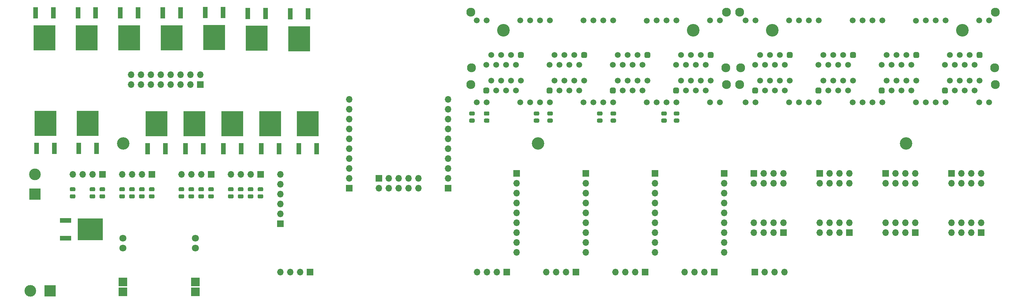
<source format=gbr>
%TF.GenerationSoftware,KiCad,Pcbnew,5.1.9-1.fc32*%
%TF.CreationDate,2021-03-28T01:57:51+02:00*%
%TF.ProjectId,lightController,6c696768-7443-46f6-9e74-726f6c6c6572,rev?*%
%TF.SameCoordinates,Original*%
%TF.FileFunction,Soldermask,Top*%
%TF.FilePolarity,Negative*%
%FSLAX46Y46*%
G04 Gerber Fmt 4.6, Leading zero omitted, Abs format (unit mm)*
G04 Created by KiCad (PCBNEW 5.1.9-1.fc32) date 2021-03-28 01:57:51*
%MOMM*%
%LPD*%
G01*
G04 APERTURE LIST*
%ADD10C,1.800000*%
%ADD11R,2.200000X2.200000*%
%ADD12C,1.500000*%
%ADD13C,2.300000*%
%ADD14C,3.250000*%
%ADD15C,3.200000*%
%ADD16R,1.250000X2.850000*%
%ADD17R,5.550000X6.500000*%
%ADD18O,1.700000X1.700000*%
%ADD19R,1.700000X1.700000*%
%ADD20C,3.000000*%
%ADD21R,3.000000X3.000000*%
%ADD22R,2.850000X1.250000*%
%ADD23R,6.500000X5.550000*%
G04 APERTURE END LIST*
D10*
%TO.C,J27*%
X46130000Y-113140000D03*
X46130000Y-115680000D03*
D11*
X46130000Y-124460000D03*
X46130000Y-127000000D03*
D10*
X64770000Y-113140000D03*
X64770000Y-115680000D03*
D11*
X64740000Y-124430000D03*
X64740000Y-126970000D03*
%TD*%
%TO.C,J6*%
G36*
G01*
X140235000Y-74805000D02*
X140235000Y-75555000D01*
G75*
G02*
X139860000Y-75930000I-375000J0D01*
G01*
X139110000Y-75930000D01*
G75*
G02*
X138735000Y-75555000I0J375000D01*
G01*
X138735000Y-74805000D01*
G75*
G02*
X139110000Y-74430000I375000J0D01*
G01*
X139860000Y-74430000D01*
G75*
G02*
X140235000Y-74805000I0J-375000D01*
G01*
G37*
D12*
X145835000Y-72640000D03*
X143295000Y-72640000D03*
X142025000Y-75180000D03*
X144565000Y-68580000D03*
G36*
G01*
X149125000Y-65665000D02*
X149125000Y-66415000D01*
G75*
G02*
X148750000Y-66790000I-375000J0D01*
G01*
X148000000Y-66790000D01*
G75*
G02*
X147625000Y-66415000I0J375000D01*
G01*
X147625000Y-65665000D01*
G75*
G02*
X148000000Y-65290000I375000J0D01*
G01*
X148750000Y-65290000D01*
G75*
G02*
X149125000Y-65665000I0J-375000D01*
G01*
G37*
X144565000Y-75180000D03*
X147105000Y-75180000D03*
X148375000Y-72640000D03*
X140755000Y-72640000D03*
X145835000Y-66040000D03*
X163365000Y-68580000D03*
X162095000Y-66040000D03*
X160825000Y-75180000D03*
X159555000Y-72640000D03*
X158285000Y-75180000D03*
X140755000Y-66040000D03*
X139485000Y-68580000D03*
G36*
G01*
X156495000Y-74805000D02*
X156495000Y-75555000D01*
G75*
G02*
X156120000Y-75930000I-375000J0D01*
G01*
X155370000Y-75930000D01*
G75*
G02*
X154995000Y-75555000I0J375000D01*
G01*
X154995000Y-74805000D01*
G75*
G02*
X155370000Y-74430000I375000J0D01*
G01*
X156120000Y-74430000D01*
G75*
G02*
X156495000Y-74805000I0J-375000D01*
G01*
G37*
X155745000Y-68580000D03*
X164635000Y-72640000D03*
X157015000Y-66040000D03*
X163365000Y-75180000D03*
X142025000Y-68580000D03*
X147105000Y-68580000D03*
X162095000Y-72640000D03*
X143295000Y-66040000D03*
X158285000Y-68580000D03*
X159555000Y-66040000D03*
X160825000Y-68580000D03*
G36*
G01*
X165385000Y-65665000D02*
X165385000Y-66415000D01*
G75*
G02*
X165010000Y-66790000I-375000J0D01*
G01*
X164260000Y-66790000D01*
G75*
G02*
X163885000Y-66415000I0J375000D01*
G01*
X163885000Y-65665000D01*
G75*
G02*
X164260000Y-65290000I375000J0D01*
G01*
X165010000Y-65290000D01*
G75*
G02*
X165385000Y-65665000I0J-375000D01*
G01*
G37*
X157015000Y-72640000D03*
X179625000Y-75180000D03*
X175815000Y-72640000D03*
G36*
G01*
X172755000Y-74805000D02*
X172755000Y-75555000D01*
G75*
G02*
X172380000Y-75930000I-375000J0D01*
G01*
X171630000Y-75930000D01*
G75*
G02*
X171255000Y-75555000I0J375000D01*
G01*
X171255000Y-74805000D01*
G75*
G02*
X171630000Y-74430000I375000J0D01*
G01*
X172380000Y-74430000D01*
G75*
G02*
X172755000Y-74805000I0J-375000D01*
G01*
G37*
X173275000Y-66040000D03*
X174545000Y-75180000D03*
X177085000Y-75180000D03*
X180895000Y-72640000D03*
X173275000Y-72640000D03*
X178355000Y-72640000D03*
G36*
G01*
X181645000Y-65665000D02*
X181645000Y-66415000D01*
G75*
G02*
X181270000Y-66790000I-375000J0D01*
G01*
X180520000Y-66790000D01*
G75*
G02*
X180145000Y-66415000I0J375000D01*
G01*
X180145000Y-65665000D01*
G75*
G02*
X180520000Y-65290000I375000J0D01*
G01*
X181270000Y-65290000D01*
G75*
G02*
X181645000Y-65665000I0J-375000D01*
G01*
G37*
X177085000Y-68580000D03*
X178355000Y-66040000D03*
X174545000Y-68580000D03*
X179625000Y-68580000D03*
X172005000Y-68580000D03*
X175815000Y-66040000D03*
X189535000Y-72640000D03*
X197155000Y-72640000D03*
X193345000Y-75180000D03*
X194615000Y-72640000D03*
X190805000Y-75180000D03*
X195885000Y-75180000D03*
G36*
G01*
X189015000Y-74805000D02*
X189015000Y-75555000D01*
G75*
G02*
X188640000Y-75930000I-375000J0D01*
G01*
X187890000Y-75930000D01*
G75*
G02*
X187515000Y-75555000I0J375000D01*
G01*
X187515000Y-74805000D01*
G75*
G02*
X187890000Y-74430000I375000J0D01*
G01*
X188640000Y-74430000D01*
G75*
G02*
X189015000Y-74805000I0J-375000D01*
G01*
G37*
X192075000Y-72640000D03*
X189535000Y-66040000D03*
X192075000Y-66040000D03*
X194615000Y-66040000D03*
G36*
G01*
X197905000Y-65665000D02*
X197905000Y-66415000D01*
G75*
G02*
X197530000Y-66790000I-375000J0D01*
G01*
X196780000Y-66790000D01*
G75*
G02*
X196405000Y-66415000I0J375000D01*
G01*
X196405000Y-65665000D01*
G75*
G02*
X196780000Y-65290000I375000J0D01*
G01*
X197530000Y-65290000D01*
G75*
G02*
X197905000Y-65665000I0J-375000D01*
G01*
G37*
X188265000Y-68580000D03*
X190805000Y-68580000D03*
X193345000Y-68580000D03*
X195885000Y-68580000D03*
X137070000Y-78200000D03*
X167050000Y-78200000D03*
X197030000Y-78200000D03*
X183310000Y-78200000D03*
X150790000Y-78200000D03*
X148250000Y-78200000D03*
X188390000Y-78200000D03*
X180770000Y-78228000D03*
X199570000Y-78200000D03*
X155870000Y-78200000D03*
X164510000Y-78200000D03*
X172130000Y-78200000D03*
X185850000Y-78200000D03*
X139610000Y-78200000D03*
X153330000Y-78200000D03*
X169590000Y-78200000D03*
X148250000Y-57150000D03*
X137070000Y-57150000D03*
X139610000Y-57150000D03*
X153330000Y-57150000D03*
X150790000Y-57150000D03*
X155870000Y-57150000D03*
X164510000Y-57150000D03*
X169590000Y-57150000D03*
X167050000Y-57150000D03*
X172130000Y-57150000D03*
X185850000Y-57150000D03*
X180770000Y-57178000D03*
X188390000Y-57150000D03*
X183310000Y-57150000D03*
X197030000Y-57150000D03*
X199570000Y-57150000D03*
D13*
X135550000Y-73660000D03*
X135550000Y-54990000D03*
X135730000Y-69340000D03*
X201030000Y-69340000D03*
X201210000Y-73660000D03*
X201210000Y-54990000D03*
D14*
X143930000Y-59690000D03*
X192710000Y-59690000D03*
%TD*%
%TO.C,J19*%
G36*
G01*
X209335000Y-74805000D02*
X209335000Y-75555000D01*
G75*
G02*
X208960000Y-75930000I-375000J0D01*
G01*
X208210000Y-75930000D01*
G75*
G02*
X207835000Y-75555000I0J375000D01*
G01*
X207835000Y-74805000D01*
G75*
G02*
X208210000Y-74430000I375000J0D01*
G01*
X208960000Y-74430000D01*
G75*
G02*
X209335000Y-74805000I0J-375000D01*
G01*
G37*
D12*
X214935000Y-72640000D03*
X212395000Y-72640000D03*
X211125000Y-75180000D03*
X213665000Y-68580000D03*
G36*
G01*
X218225000Y-65665000D02*
X218225000Y-66415000D01*
G75*
G02*
X217850000Y-66790000I-375000J0D01*
G01*
X217100000Y-66790000D01*
G75*
G02*
X216725000Y-66415000I0J375000D01*
G01*
X216725000Y-65665000D01*
G75*
G02*
X217100000Y-65290000I375000J0D01*
G01*
X217850000Y-65290000D01*
G75*
G02*
X218225000Y-65665000I0J-375000D01*
G01*
G37*
X213665000Y-75180000D03*
X216205000Y-75180000D03*
X217475000Y-72640000D03*
X209855000Y-72640000D03*
X214935000Y-66040000D03*
X232465000Y-68580000D03*
X231195000Y-66040000D03*
X229925000Y-75180000D03*
X228655000Y-72640000D03*
X227385000Y-75180000D03*
X209855000Y-66040000D03*
X208585000Y-68580000D03*
G36*
G01*
X225595000Y-74805000D02*
X225595000Y-75555000D01*
G75*
G02*
X225220000Y-75930000I-375000J0D01*
G01*
X224470000Y-75930000D01*
G75*
G02*
X224095000Y-75555000I0J375000D01*
G01*
X224095000Y-74805000D01*
G75*
G02*
X224470000Y-74430000I375000J0D01*
G01*
X225220000Y-74430000D01*
G75*
G02*
X225595000Y-74805000I0J-375000D01*
G01*
G37*
X224845000Y-68580000D03*
X233735000Y-72640000D03*
X226115000Y-66040000D03*
X232465000Y-75180000D03*
X211125000Y-68580000D03*
X216205000Y-68580000D03*
X231195000Y-72640000D03*
X212395000Y-66040000D03*
X227385000Y-68580000D03*
X228655000Y-66040000D03*
X229925000Y-68580000D03*
G36*
G01*
X234485000Y-65665000D02*
X234485000Y-66415000D01*
G75*
G02*
X234110000Y-66790000I-375000J0D01*
G01*
X233360000Y-66790000D01*
G75*
G02*
X232985000Y-66415000I0J375000D01*
G01*
X232985000Y-65665000D01*
G75*
G02*
X233360000Y-65290000I375000J0D01*
G01*
X234110000Y-65290000D01*
G75*
G02*
X234485000Y-65665000I0J-375000D01*
G01*
G37*
X226115000Y-72640000D03*
X248725000Y-75180000D03*
X244915000Y-72640000D03*
G36*
G01*
X241855000Y-74805000D02*
X241855000Y-75555000D01*
G75*
G02*
X241480000Y-75930000I-375000J0D01*
G01*
X240730000Y-75930000D01*
G75*
G02*
X240355000Y-75555000I0J375000D01*
G01*
X240355000Y-74805000D01*
G75*
G02*
X240730000Y-74430000I375000J0D01*
G01*
X241480000Y-74430000D01*
G75*
G02*
X241855000Y-74805000I0J-375000D01*
G01*
G37*
X242375000Y-66040000D03*
X243645000Y-75180000D03*
X246185000Y-75180000D03*
X249995000Y-72640000D03*
X242375000Y-72640000D03*
X247455000Y-72640000D03*
G36*
G01*
X250745000Y-65665000D02*
X250745000Y-66415000D01*
G75*
G02*
X250370000Y-66790000I-375000J0D01*
G01*
X249620000Y-66790000D01*
G75*
G02*
X249245000Y-66415000I0J375000D01*
G01*
X249245000Y-65665000D01*
G75*
G02*
X249620000Y-65290000I375000J0D01*
G01*
X250370000Y-65290000D01*
G75*
G02*
X250745000Y-65665000I0J-375000D01*
G01*
G37*
X246185000Y-68580000D03*
X247455000Y-66040000D03*
X243645000Y-68580000D03*
X248725000Y-68580000D03*
X241105000Y-68580000D03*
X244915000Y-66040000D03*
X258635000Y-72640000D03*
X266255000Y-72640000D03*
X262445000Y-75180000D03*
X263715000Y-72640000D03*
X259905000Y-75180000D03*
X264985000Y-75180000D03*
G36*
G01*
X258115000Y-74805000D02*
X258115000Y-75555000D01*
G75*
G02*
X257740000Y-75930000I-375000J0D01*
G01*
X256990000Y-75930000D01*
G75*
G02*
X256615000Y-75555000I0J375000D01*
G01*
X256615000Y-74805000D01*
G75*
G02*
X256990000Y-74430000I375000J0D01*
G01*
X257740000Y-74430000D01*
G75*
G02*
X258115000Y-74805000I0J-375000D01*
G01*
G37*
X261175000Y-72640000D03*
X258635000Y-66040000D03*
X261175000Y-66040000D03*
X263715000Y-66040000D03*
G36*
G01*
X267005000Y-65665000D02*
X267005000Y-66415000D01*
G75*
G02*
X266630000Y-66790000I-375000J0D01*
G01*
X265880000Y-66790000D01*
G75*
G02*
X265505000Y-66415000I0J375000D01*
G01*
X265505000Y-65665000D01*
G75*
G02*
X265880000Y-65290000I375000J0D01*
G01*
X266630000Y-65290000D01*
G75*
G02*
X267005000Y-65665000I0J-375000D01*
G01*
G37*
X257365000Y-68580000D03*
X259905000Y-68580000D03*
X262445000Y-68580000D03*
X264985000Y-68580000D03*
X206170000Y-78200000D03*
X236150000Y-78200000D03*
X266130000Y-78200000D03*
X252410000Y-78200000D03*
X219890000Y-78200000D03*
X217350000Y-78200000D03*
X257490000Y-78200000D03*
X249870000Y-78228000D03*
X268670000Y-78200000D03*
X224970000Y-78200000D03*
X233610000Y-78200000D03*
X241230000Y-78200000D03*
X254950000Y-78200000D03*
X208710000Y-78200000D03*
X222430000Y-78200000D03*
X238690000Y-78200000D03*
X217350000Y-57150000D03*
X206170000Y-57150000D03*
X208710000Y-57150000D03*
X222430000Y-57150000D03*
X219890000Y-57150000D03*
X224970000Y-57150000D03*
X233610000Y-57150000D03*
X238690000Y-57150000D03*
X236150000Y-57150000D03*
X241230000Y-57150000D03*
X254950000Y-57150000D03*
X249870000Y-57178000D03*
X257490000Y-57150000D03*
X252410000Y-57150000D03*
X266130000Y-57150000D03*
X268670000Y-57150000D03*
D13*
X204650000Y-73660000D03*
X204650000Y-54990000D03*
X204830000Y-69340000D03*
X270130000Y-69340000D03*
X270310000Y-73660000D03*
X270310000Y-54990000D03*
D14*
X213030000Y-59690000D03*
X261810000Y-59690000D03*
%TD*%
D15*
%TO.C,H1*%
X46200000Y-88800000D03*
%TD*%
D16*
%TO.C,Q5*%
X76489000Y-90131500D03*
D17*
X74209000Y-83731500D03*
D16*
X71929000Y-90131500D03*
%TD*%
D15*
%TO.C,H3*%
X247400000Y-88800000D03*
%TD*%
%TO.C,H2*%
X152800000Y-88800000D03*
%TD*%
D18*
%TO.C,J28*%
X86560000Y-121920000D03*
X89100000Y-121920000D03*
X91640000Y-121920000D03*
D19*
X94180000Y-121920000D03*
%TD*%
D20*
%TO.C,J30*%
X22301200Y-126746000D03*
D21*
X27381200Y-126746000D03*
%TD*%
D20*
%TO.C,J29*%
X23545800Y-96748600D03*
D21*
X23545800Y-101828600D03*
%TD*%
D18*
%TO.C,J22*%
X232833333Y-99060000D03*
X232833333Y-96520000D03*
X230293333Y-99060000D03*
X230293333Y-96520000D03*
X227753333Y-99060000D03*
X227753333Y-96520000D03*
X225213333Y-99060000D03*
D19*
X225213333Y-96520000D03*
%TD*%
D18*
%TO.C,J12*%
X122020000Y-100340000D03*
X122020000Y-97800000D03*
X119480000Y-100340000D03*
X119480000Y-97800000D03*
X116940000Y-100340000D03*
X116940000Y-97800000D03*
X114400000Y-100340000D03*
X114400000Y-97800000D03*
X111860000Y-100340000D03*
D19*
X111860000Y-97800000D03*
%TD*%
D18*
%TO.C,J11*%
X190500000Y-121920000D03*
X193040000Y-121920000D03*
X195580000Y-121920000D03*
D19*
X198120000Y-121920000D03*
%TD*%
%TO.C,R18*%
G36*
G01*
X184715998Y-82400000D02*
X185616002Y-82400000D01*
G75*
G02*
X185866000Y-82649998I0J-249998D01*
G01*
X185866000Y-83175002D01*
G75*
G02*
X185616002Y-83425000I-249998J0D01*
G01*
X184715998Y-83425000D01*
G75*
G02*
X184466000Y-83175002I0J249998D01*
G01*
X184466000Y-82649998D01*
G75*
G02*
X184715998Y-82400000I249998J0D01*
G01*
G37*
G36*
G01*
X184715998Y-80575000D02*
X185616002Y-80575000D01*
G75*
G02*
X185866000Y-80824998I0J-249998D01*
G01*
X185866000Y-81350002D01*
G75*
G02*
X185616002Y-81600000I-249998J0D01*
G01*
X184715998Y-81600000D01*
G75*
G02*
X184466000Y-81350002I0J249998D01*
G01*
X184466000Y-80824998D01*
G75*
G02*
X184715998Y-80575000I249998J0D01*
G01*
G37*
%TD*%
%TO.C,R4*%
G36*
G01*
X73393998Y-101896500D02*
X74294002Y-101896500D01*
G75*
G02*
X74544000Y-102146498I0J-249998D01*
G01*
X74544000Y-102671502D01*
G75*
G02*
X74294002Y-102921500I-249998J0D01*
G01*
X73393998Y-102921500D01*
G75*
G02*
X73144000Y-102671502I0J249998D01*
G01*
X73144000Y-102146498D01*
G75*
G02*
X73393998Y-101896500I249998J0D01*
G01*
G37*
G36*
G01*
X73393998Y-100071500D02*
X74294002Y-100071500D01*
G75*
G02*
X74544000Y-100321498I0J-249998D01*
G01*
X74544000Y-100846502D01*
G75*
G02*
X74294002Y-101096500I-249998J0D01*
G01*
X73393998Y-101096500D01*
G75*
G02*
X73144000Y-100846502I0J249998D01*
G01*
X73144000Y-100321498D01*
G75*
G02*
X73393998Y-100071500I249998J0D01*
G01*
G37*
%TD*%
D18*
%TO.C,J9*%
X147320000Y-116840000D03*
X147320000Y-114300000D03*
X147320000Y-111760000D03*
X147320000Y-109220000D03*
X147320000Y-106680000D03*
X147320000Y-104140000D03*
X147320000Y-101600000D03*
X147320000Y-99060000D03*
D19*
X147320000Y-96520000D03*
%TD*%
%TO.C,R24*%
G36*
G01*
X135361258Y-82400000D02*
X136261262Y-82400000D01*
G75*
G02*
X136511260Y-82649998I0J-249998D01*
G01*
X136511260Y-83175002D01*
G75*
G02*
X136261262Y-83425000I-249998J0D01*
G01*
X135361258Y-83425000D01*
G75*
G02*
X135111260Y-83175002I0J249998D01*
G01*
X135111260Y-82649998D01*
G75*
G02*
X135361258Y-82400000I249998J0D01*
G01*
G37*
G36*
G01*
X135361258Y-80575000D02*
X136261262Y-80575000D01*
G75*
G02*
X136511260Y-80824998I0J-249998D01*
G01*
X136511260Y-81350002D01*
G75*
G02*
X136261262Y-81600000I-249998J0D01*
G01*
X135361258Y-81600000D01*
G75*
G02*
X135111260Y-81350002I0J249998D01*
G01*
X135111260Y-80824998D01*
G75*
G02*
X135361258Y-80575000I249998J0D01*
G01*
G37*
%TD*%
%TO.C,R23*%
G36*
G01*
X139148398Y-82400000D02*
X140048402Y-82400000D01*
G75*
G02*
X140298400Y-82649998I0J-249998D01*
G01*
X140298400Y-83175002D01*
G75*
G02*
X140048402Y-83425000I-249998J0D01*
G01*
X139148398Y-83425000D01*
G75*
G02*
X138898400Y-83175002I0J249998D01*
G01*
X138898400Y-82649998D01*
G75*
G02*
X139148398Y-82400000I249998J0D01*
G01*
G37*
G36*
G01*
X139148398Y-80575000D02*
X140048402Y-80575000D01*
G75*
G02*
X140298400Y-80824998I0J-249998D01*
G01*
X140298400Y-81350002D01*
G75*
G02*
X140048402Y-81600000I-249998J0D01*
G01*
X139148398Y-81600000D01*
G75*
G02*
X138898400Y-81350002I0J249998D01*
G01*
X138898400Y-80824998D01*
G75*
G02*
X139148398Y-80575000I249998J0D01*
G01*
G37*
%TD*%
%TO.C,R22*%
G36*
G01*
X151949998Y-82400000D02*
X152850002Y-82400000D01*
G75*
G02*
X153100000Y-82649998I0J-249998D01*
G01*
X153100000Y-83175002D01*
G75*
G02*
X152850002Y-83425000I-249998J0D01*
G01*
X151949998Y-83425000D01*
G75*
G02*
X151700000Y-83175002I0J249998D01*
G01*
X151700000Y-82649998D01*
G75*
G02*
X151949998Y-82400000I249998J0D01*
G01*
G37*
G36*
G01*
X151949998Y-80575000D02*
X152850002Y-80575000D01*
G75*
G02*
X153100000Y-80824998I0J-249998D01*
G01*
X153100000Y-81350002D01*
G75*
G02*
X152850002Y-81600000I-249998J0D01*
G01*
X151949998Y-81600000D01*
G75*
G02*
X151700000Y-81350002I0J249998D01*
G01*
X151700000Y-80824998D01*
G75*
G02*
X151949998Y-80575000I249998J0D01*
G01*
G37*
%TD*%
%TO.C,R21*%
G36*
G01*
X155429798Y-82400000D02*
X156329802Y-82400000D01*
G75*
G02*
X156579800Y-82649998I0J-249998D01*
G01*
X156579800Y-83175002D01*
G75*
G02*
X156329802Y-83425000I-249998J0D01*
G01*
X155429798Y-83425000D01*
G75*
G02*
X155179800Y-83175002I0J249998D01*
G01*
X155179800Y-82649998D01*
G75*
G02*
X155429798Y-82400000I249998J0D01*
G01*
G37*
G36*
G01*
X155429798Y-80575000D02*
X156329802Y-80575000D01*
G75*
G02*
X156579800Y-80824998I0J-249998D01*
G01*
X156579800Y-81350002D01*
G75*
G02*
X156329802Y-81600000I-249998J0D01*
G01*
X155429798Y-81600000D01*
G75*
G02*
X155179800Y-81350002I0J249998D01*
G01*
X155179800Y-80824998D01*
G75*
G02*
X155429798Y-80575000I249998J0D01*
G01*
G37*
%TD*%
%TO.C,R20*%
G36*
G01*
X168205998Y-82400000D02*
X169106002Y-82400000D01*
G75*
G02*
X169356000Y-82649998I0J-249998D01*
G01*
X169356000Y-83175002D01*
G75*
G02*
X169106002Y-83425000I-249998J0D01*
G01*
X168205998Y-83425000D01*
G75*
G02*
X167956000Y-83175002I0J249998D01*
G01*
X167956000Y-82649998D01*
G75*
G02*
X168205998Y-82400000I249998J0D01*
G01*
G37*
G36*
G01*
X168205998Y-80575000D02*
X169106002Y-80575000D01*
G75*
G02*
X169356000Y-80824998I0J-249998D01*
G01*
X169356000Y-81350002D01*
G75*
G02*
X169106002Y-81600000I-249998J0D01*
G01*
X168205998Y-81600000D01*
G75*
G02*
X167956000Y-81350002I0J249998D01*
G01*
X167956000Y-80824998D01*
G75*
G02*
X168205998Y-80575000I249998J0D01*
G01*
G37*
%TD*%
%TO.C,R19*%
G36*
G01*
X171685798Y-82400000D02*
X172585802Y-82400000D01*
G75*
G02*
X172835800Y-82649998I0J-249998D01*
G01*
X172835800Y-83175002D01*
G75*
G02*
X172585802Y-83425000I-249998J0D01*
G01*
X171685798Y-83425000D01*
G75*
G02*
X171435800Y-83175002I0J249998D01*
G01*
X171435800Y-82649998D01*
G75*
G02*
X171685798Y-82400000I249998J0D01*
G01*
G37*
G36*
G01*
X171685798Y-80575000D02*
X172585802Y-80575000D01*
G75*
G02*
X172835800Y-80824998I0J-249998D01*
G01*
X172835800Y-81350002D01*
G75*
G02*
X172585802Y-81600000I-249998J0D01*
G01*
X171685798Y-81600000D01*
G75*
G02*
X171435800Y-81350002I0J249998D01*
G01*
X171435800Y-80824998D01*
G75*
G02*
X171685798Y-80575000I249998J0D01*
G01*
G37*
%TD*%
%TO.C,R17*%
G36*
G01*
X187941798Y-82400000D02*
X188841802Y-82400000D01*
G75*
G02*
X189091800Y-82649998I0J-249998D01*
G01*
X189091800Y-83175002D01*
G75*
G02*
X188841802Y-83425000I-249998J0D01*
G01*
X187941798Y-83425000D01*
G75*
G02*
X187691800Y-83175002I0J249998D01*
G01*
X187691800Y-82649998D01*
G75*
G02*
X187941798Y-82400000I249998J0D01*
G01*
G37*
G36*
G01*
X187941798Y-80575000D02*
X188841802Y-80575000D01*
G75*
G02*
X189091800Y-80824998I0J-249998D01*
G01*
X189091800Y-81350002D01*
G75*
G02*
X188841802Y-81600000I-249998J0D01*
G01*
X187941798Y-81600000D01*
G75*
G02*
X187691800Y-81350002I0J249998D01*
G01*
X187691800Y-80824998D01*
G75*
G02*
X187941798Y-80575000I249998J0D01*
G01*
G37*
%TD*%
D18*
%TO.C,J13*%
X86544000Y-96774000D03*
X86544000Y-99314000D03*
X86544000Y-101854000D03*
X86544000Y-104394000D03*
X86544000Y-106934000D03*
D19*
X86544000Y-109474000D03*
%TD*%
D18*
%TO.C,J10*%
X165100000Y-116840000D03*
X165100000Y-114300000D03*
X165100000Y-111760000D03*
X165100000Y-109220000D03*
X165100000Y-106680000D03*
X165100000Y-104140000D03*
X165100000Y-101600000D03*
X165100000Y-99060000D03*
D19*
X165100000Y-96520000D03*
%TD*%
D18*
%TO.C,J8*%
X182880000Y-116840000D03*
X182880000Y-114300000D03*
X182880000Y-111760000D03*
X182880000Y-109220000D03*
X182880000Y-106680000D03*
X182880000Y-104140000D03*
X182880000Y-101600000D03*
X182880000Y-99060000D03*
D19*
X182880000Y-96520000D03*
%TD*%
D18*
%TO.C,J7*%
X200660000Y-116840000D03*
X200660000Y-114300000D03*
X200660000Y-111760000D03*
X200660000Y-109220000D03*
X200660000Y-106680000D03*
X200660000Y-104140000D03*
X200660000Y-101600000D03*
X200660000Y-99060000D03*
D19*
X200660000Y-96520000D03*
%TD*%
D18*
%TO.C,J5*%
X61144000Y-96774000D03*
X63684000Y-96774000D03*
X66224000Y-96774000D03*
D19*
X68764000Y-96774000D03*
%TD*%
D18*
%TO.C,J4*%
X73844000Y-96774000D03*
X76384000Y-96774000D03*
X78924000Y-96774000D03*
D19*
X81464000Y-96774000D03*
%TD*%
D18*
%TO.C,J3*%
X48260000Y-71120000D03*
X48260000Y-73660000D03*
X50800000Y-71120000D03*
X50800000Y-73660000D03*
X53340000Y-71120000D03*
X53340000Y-73660000D03*
X55880000Y-71120000D03*
X55880000Y-73660000D03*
X58420000Y-71120000D03*
X58420000Y-73660000D03*
X60960000Y-71120000D03*
X60960000Y-73660000D03*
X63500000Y-71120000D03*
X63500000Y-73660000D03*
X66040000Y-71120000D03*
D19*
X66040000Y-73660000D03*
%TD*%
D18*
%TO.C,J2*%
X33204000Y-96774000D03*
X35744000Y-96774000D03*
X38284000Y-96774000D03*
D19*
X40824000Y-96774000D03*
%TD*%
D18*
%TO.C,J1*%
X45904000Y-96774000D03*
X48444000Y-96774000D03*
X50984000Y-96774000D03*
D19*
X53524000Y-96774000D03*
%TD*%
D18*
%TO.C,J14*%
X137160000Y-121920000D03*
X139700000Y-121920000D03*
X142240000Y-121920000D03*
D19*
X144780000Y-121920000D03*
%TD*%
D18*
%TO.C,J15*%
X154940000Y-121920000D03*
X157480000Y-121920000D03*
X160020000Y-121920000D03*
D19*
X162560000Y-121920000D03*
%TD*%
D18*
%TO.C,J16*%
X172720000Y-121920000D03*
X175260000Y-121920000D03*
X177800000Y-121920000D03*
D19*
X180340000Y-121920000D03*
%TD*%
D18*
%TO.C,J17*%
X266700000Y-99060000D03*
X266700000Y-96520000D03*
X264160000Y-99060000D03*
X264160000Y-96520000D03*
X261620000Y-99060000D03*
X261620000Y-96520000D03*
X259080000Y-99060000D03*
D19*
X259080000Y-96520000D03*
%TD*%
D18*
%TO.C,J18*%
X259080000Y-109220000D03*
X259080000Y-111760000D03*
X261620000Y-109220000D03*
X261620000Y-111760000D03*
X264160000Y-109220000D03*
X264160000Y-111760000D03*
X266700000Y-109220000D03*
D19*
X266700000Y-111760000D03*
%TD*%
D18*
%TO.C,J20*%
X249766666Y-99060000D03*
X249766666Y-96520000D03*
X247226666Y-99060000D03*
X247226666Y-96520000D03*
X244686666Y-99060000D03*
X244686666Y-96520000D03*
X242146666Y-99060000D03*
D19*
X242146666Y-96520000D03*
%TD*%
D18*
%TO.C,J21*%
X242146666Y-109220000D03*
X242146666Y-111760000D03*
X244686666Y-109220000D03*
X244686666Y-111760000D03*
X247226666Y-109220000D03*
X247226666Y-111760000D03*
X249766666Y-109220000D03*
D19*
X249766666Y-111760000D03*
%TD*%
D18*
%TO.C,J23*%
X225213333Y-109220000D03*
X225213333Y-111760000D03*
X227753333Y-109220000D03*
X227753333Y-111760000D03*
X230293333Y-109220000D03*
X230293333Y-111760000D03*
X232833333Y-109220000D03*
D19*
X232833333Y-111760000D03*
%TD*%
D18*
%TO.C,J24*%
X215900000Y-99060000D03*
X215900000Y-96520000D03*
X213360000Y-99060000D03*
X213360000Y-96520000D03*
X210820000Y-99060000D03*
X210820000Y-96520000D03*
X208280000Y-99060000D03*
D19*
X208280000Y-96520000D03*
%TD*%
D18*
%TO.C,J25*%
X208280000Y-109220000D03*
X208280000Y-111760000D03*
X210820000Y-109220000D03*
X210820000Y-111760000D03*
X213360000Y-109220000D03*
X213360000Y-111760000D03*
X215900000Y-109220000D03*
D19*
X215900000Y-111760000D03*
%TD*%
%TO.C,R1*%
G36*
G01*
X81013998Y-101896500D02*
X81914002Y-101896500D01*
G75*
G02*
X82164000Y-102146498I0J-249998D01*
G01*
X82164000Y-102671502D01*
G75*
G02*
X81914002Y-102921500I-249998J0D01*
G01*
X81013998Y-102921500D01*
G75*
G02*
X80764000Y-102671502I0J249998D01*
G01*
X80764000Y-102146498D01*
G75*
G02*
X81013998Y-101896500I249998J0D01*
G01*
G37*
G36*
G01*
X81013998Y-100071500D02*
X81914002Y-100071500D01*
G75*
G02*
X82164000Y-100321498I0J-249998D01*
G01*
X82164000Y-100846502D01*
G75*
G02*
X81914002Y-101096500I-249998J0D01*
G01*
X81013998Y-101096500D01*
G75*
G02*
X80764000Y-100846502I0J249998D01*
G01*
X80764000Y-100321498D01*
G75*
G02*
X81013998Y-100071500I249998J0D01*
G01*
G37*
%TD*%
%TO.C,R2*%
G36*
G01*
X78473998Y-101896500D02*
X79374002Y-101896500D01*
G75*
G02*
X79624000Y-102146498I0J-249998D01*
G01*
X79624000Y-102671502D01*
G75*
G02*
X79374002Y-102921500I-249998J0D01*
G01*
X78473998Y-102921500D01*
G75*
G02*
X78224000Y-102671502I0J249998D01*
G01*
X78224000Y-102146498D01*
G75*
G02*
X78473998Y-101896500I249998J0D01*
G01*
G37*
G36*
G01*
X78473998Y-100071500D02*
X79374002Y-100071500D01*
G75*
G02*
X79624000Y-100321498I0J-249998D01*
G01*
X79624000Y-100846502D01*
G75*
G02*
X79374002Y-101096500I-249998J0D01*
G01*
X78473998Y-101096500D01*
G75*
G02*
X78224000Y-100846502I0J249998D01*
G01*
X78224000Y-100321498D01*
G75*
G02*
X78473998Y-100071500I249998J0D01*
G01*
G37*
%TD*%
%TO.C,R3*%
G36*
G01*
X75933998Y-101896500D02*
X76834002Y-101896500D01*
G75*
G02*
X77084000Y-102146498I0J-249998D01*
G01*
X77084000Y-102671502D01*
G75*
G02*
X76834002Y-102921500I-249998J0D01*
G01*
X75933998Y-102921500D01*
G75*
G02*
X75684000Y-102671502I0J249998D01*
G01*
X75684000Y-102146498D01*
G75*
G02*
X75933998Y-101896500I249998J0D01*
G01*
G37*
G36*
G01*
X75933998Y-100071500D02*
X76834002Y-100071500D01*
G75*
G02*
X77084000Y-100321498I0J-249998D01*
G01*
X77084000Y-100846502D01*
G75*
G02*
X76834002Y-101096500I-249998J0D01*
G01*
X75933998Y-101096500D01*
G75*
G02*
X75684000Y-100846502I0J249998D01*
G01*
X75684000Y-100321498D01*
G75*
G02*
X75933998Y-100071500I249998J0D01*
G01*
G37*
%TD*%
%TO.C,R5*%
G36*
G01*
X68313998Y-101896500D02*
X69214002Y-101896500D01*
G75*
G02*
X69464000Y-102146498I0J-249998D01*
G01*
X69464000Y-102671502D01*
G75*
G02*
X69214002Y-102921500I-249998J0D01*
G01*
X68313998Y-102921500D01*
G75*
G02*
X68064000Y-102671502I0J249998D01*
G01*
X68064000Y-102146498D01*
G75*
G02*
X68313998Y-101896500I249998J0D01*
G01*
G37*
G36*
G01*
X68313998Y-100071500D02*
X69214002Y-100071500D01*
G75*
G02*
X69464000Y-100321498I0J-249998D01*
G01*
X69464000Y-100846502D01*
G75*
G02*
X69214002Y-101096500I-249998J0D01*
G01*
X68313998Y-101096500D01*
G75*
G02*
X68064000Y-100846502I0J249998D01*
G01*
X68064000Y-100321498D01*
G75*
G02*
X68313998Y-100071500I249998J0D01*
G01*
G37*
%TD*%
%TO.C,R6*%
G36*
G01*
X65773998Y-101896500D02*
X66674002Y-101896500D01*
G75*
G02*
X66924000Y-102146498I0J-249998D01*
G01*
X66924000Y-102671502D01*
G75*
G02*
X66674002Y-102921500I-249998J0D01*
G01*
X65773998Y-102921500D01*
G75*
G02*
X65524000Y-102671502I0J249998D01*
G01*
X65524000Y-102146498D01*
G75*
G02*
X65773998Y-101896500I249998J0D01*
G01*
G37*
G36*
G01*
X65773998Y-100071500D02*
X66674002Y-100071500D01*
G75*
G02*
X66924000Y-100321498I0J-249998D01*
G01*
X66924000Y-100846502D01*
G75*
G02*
X66674002Y-101096500I-249998J0D01*
G01*
X65773998Y-101096500D01*
G75*
G02*
X65524000Y-100846502I0J249998D01*
G01*
X65524000Y-100321498D01*
G75*
G02*
X65773998Y-100071500I249998J0D01*
G01*
G37*
%TD*%
%TO.C,R7*%
G36*
G01*
X63233998Y-101896500D02*
X64134002Y-101896500D01*
G75*
G02*
X64384000Y-102146498I0J-249998D01*
G01*
X64384000Y-102671502D01*
G75*
G02*
X64134002Y-102921500I-249998J0D01*
G01*
X63233998Y-102921500D01*
G75*
G02*
X62984000Y-102671502I0J249998D01*
G01*
X62984000Y-102146498D01*
G75*
G02*
X63233998Y-101896500I249998J0D01*
G01*
G37*
G36*
G01*
X63233998Y-100071500D02*
X64134002Y-100071500D01*
G75*
G02*
X64384000Y-100321498I0J-249998D01*
G01*
X64384000Y-100846502D01*
G75*
G02*
X64134002Y-101096500I-249998J0D01*
G01*
X63233998Y-101096500D01*
G75*
G02*
X62984000Y-100846502I0J249998D01*
G01*
X62984000Y-100321498D01*
G75*
G02*
X63233998Y-100071500I249998J0D01*
G01*
G37*
%TD*%
%TO.C,R8*%
G36*
G01*
X60693998Y-101896500D02*
X61594002Y-101896500D01*
G75*
G02*
X61844000Y-102146498I0J-249998D01*
G01*
X61844000Y-102671502D01*
G75*
G02*
X61594002Y-102921500I-249998J0D01*
G01*
X60693998Y-102921500D01*
G75*
G02*
X60444000Y-102671502I0J249998D01*
G01*
X60444000Y-102146498D01*
G75*
G02*
X60693998Y-101896500I249998J0D01*
G01*
G37*
G36*
G01*
X60693998Y-100071500D02*
X61594002Y-100071500D01*
G75*
G02*
X61844000Y-100321498I0J-249998D01*
G01*
X61844000Y-100846502D01*
G75*
G02*
X61594002Y-101096500I-249998J0D01*
G01*
X60693998Y-101096500D01*
G75*
G02*
X60444000Y-100846502I0J249998D01*
G01*
X60444000Y-100321498D01*
G75*
G02*
X60693998Y-100071500I249998J0D01*
G01*
G37*
%TD*%
%TO.C,R9*%
G36*
G01*
X53073998Y-101896500D02*
X53974002Y-101896500D01*
G75*
G02*
X54224000Y-102146498I0J-249998D01*
G01*
X54224000Y-102671502D01*
G75*
G02*
X53974002Y-102921500I-249998J0D01*
G01*
X53073998Y-102921500D01*
G75*
G02*
X52824000Y-102671502I0J249998D01*
G01*
X52824000Y-102146498D01*
G75*
G02*
X53073998Y-101896500I249998J0D01*
G01*
G37*
G36*
G01*
X53073998Y-100071500D02*
X53974002Y-100071500D01*
G75*
G02*
X54224000Y-100321498I0J-249998D01*
G01*
X54224000Y-100846502D01*
G75*
G02*
X53974002Y-101096500I-249998J0D01*
G01*
X53073998Y-101096500D01*
G75*
G02*
X52824000Y-100846502I0J249998D01*
G01*
X52824000Y-100321498D01*
G75*
G02*
X53073998Y-100071500I249998J0D01*
G01*
G37*
%TD*%
%TO.C,R10*%
G36*
G01*
X50533998Y-101896500D02*
X51434002Y-101896500D01*
G75*
G02*
X51684000Y-102146498I0J-249998D01*
G01*
X51684000Y-102671502D01*
G75*
G02*
X51434002Y-102921500I-249998J0D01*
G01*
X50533998Y-102921500D01*
G75*
G02*
X50284000Y-102671502I0J249998D01*
G01*
X50284000Y-102146498D01*
G75*
G02*
X50533998Y-101896500I249998J0D01*
G01*
G37*
G36*
G01*
X50533998Y-100071500D02*
X51434002Y-100071500D01*
G75*
G02*
X51684000Y-100321498I0J-249998D01*
G01*
X51684000Y-100846502D01*
G75*
G02*
X51434002Y-101096500I-249998J0D01*
G01*
X50533998Y-101096500D01*
G75*
G02*
X50284000Y-100846502I0J249998D01*
G01*
X50284000Y-100321498D01*
G75*
G02*
X50533998Y-100071500I249998J0D01*
G01*
G37*
%TD*%
%TO.C,R11*%
G36*
G01*
X47993998Y-101896500D02*
X48894002Y-101896500D01*
G75*
G02*
X49144000Y-102146498I0J-249998D01*
G01*
X49144000Y-102671502D01*
G75*
G02*
X48894002Y-102921500I-249998J0D01*
G01*
X47993998Y-102921500D01*
G75*
G02*
X47744000Y-102671502I0J249998D01*
G01*
X47744000Y-102146498D01*
G75*
G02*
X47993998Y-101896500I249998J0D01*
G01*
G37*
G36*
G01*
X47993998Y-100071500D02*
X48894002Y-100071500D01*
G75*
G02*
X49144000Y-100321498I0J-249998D01*
G01*
X49144000Y-100846502D01*
G75*
G02*
X48894002Y-101096500I-249998J0D01*
G01*
X47993998Y-101096500D01*
G75*
G02*
X47744000Y-100846502I0J249998D01*
G01*
X47744000Y-100321498D01*
G75*
G02*
X47993998Y-100071500I249998J0D01*
G01*
G37*
%TD*%
%TO.C,R12*%
G36*
G01*
X45453998Y-101896500D02*
X46354002Y-101896500D01*
G75*
G02*
X46604000Y-102146498I0J-249998D01*
G01*
X46604000Y-102671502D01*
G75*
G02*
X46354002Y-102921500I-249998J0D01*
G01*
X45453998Y-102921500D01*
G75*
G02*
X45204000Y-102671502I0J249998D01*
G01*
X45204000Y-102146498D01*
G75*
G02*
X45453998Y-101896500I249998J0D01*
G01*
G37*
G36*
G01*
X45453998Y-100071500D02*
X46354002Y-100071500D01*
G75*
G02*
X46604000Y-100321498I0J-249998D01*
G01*
X46604000Y-100846502D01*
G75*
G02*
X46354002Y-101096500I-249998J0D01*
G01*
X45453998Y-101096500D01*
G75*
G02*
X45204000Y-100846502I0J249998D01*
G01*
X45204000Y-100321498D01*
G75*
G02*
X45453998Y-100071500I249998J0D01*
G01*
G37*
%TD*%
%TO.C,R13*%
G36*
G01*
X40373998Y-101896500D02*
X41274002Y-101896500D01*
G75*
G02*
X41524000Y-102146498I0J-249998D01*
G01*
X41524000Y-102671502D01*
G75*
G02*
X41274002Y-102921500I-249998J0D01*
G01*
X40373998Y-102921500D01*
G75*
G02*
X40124000Y-102671502I0J249998D01*
G01*
X40124000Y-102146498D01*
G75*
G02*
X40373998Y-101896500I249998J0D01*
G01*
G37*
G36*
G01*
X40373998Y-100071500D02*
X41274002Y-100071500D01*
G75*
G02*
X41524000Y-100321498I0J-249998D01*
G01*
X41524000Y-100846502D01*
G75*
G02*
X41274002Y-101096500I-249998J0D01*
G01*
X40373998Y-101096500D01*
G75*
G02*
X40124000Y-100846502I0J249998D01*
G01*
X40124000Y-100321498D01*
G75*
G02*
X40373998Y-100071500I249998J0D01*
G01*
G37*
%TD*%
%TO.C,R14*%
G36*
G01*
X37833998Y-101896500D02*
X38734002Y-101896500D01*
G75*
G02*
X38984000Y-102146498I0J-249998D01*
G01*
X38984000Y-102671502D01*
G75*
G02*
X38734002Y-102921500I-249998J0D01*
G01*
X37833998Y-102921500D01*
G75*
G02*
X37584000Y-102671502I0J249998D01*
G01*
X37584000Y-102146498D01*
G75*
G02*
X37833998Y-101896500I249998J0D01*
G01*
G37*
G36*
G01*
X37833998Y-100071500D02*
X38734002Y-100071500D01*
G75*
G02*
X38984000Y-100321498I0J-249998D01*
G01*
X38984000Y-100846502D01*
G75*
G02*
X38734002Y-101096500I-249998J0D01*
G01*
X37833998Y-101096500D01*
G75*
G02*
X37584000Y-100846502I0J249998D01*
G01*
X37584000Y-100321498D01*
G75*
G02*
X37833998Y-100071500I249998J0D01*
G01*
G37*
%TD*%
D18*
%TO.C,J26*%
X104260000Y-77480000D03*
X104260000Y-80020000D03*
X104260000Y-82560000D03*
X104260000Y-85100000D03*
X104260000Y-87640000D03*
X104260000Y-90180000D03*
X104260000Y-92720000D03*
X104260000Y-95260000D03*
X104260000Y-97800000D03*
D19*
X104260000Y-100340000D03*
%TD*%
D18*
%TO.C,J31*%
X129640000Y-77480000D03*
X129640000Y-80020000D03*
X129640000Y-82560000D03*
X129640000Y-85100000D03*
X129640000Y-87640000D03*
X129640000Y-90180000D03*
X129640000Y-92720000D03*
X129640000Y-95260000D03*
X129640000Y-97800000D03*
D19*
X129640000Y-100340000D03*
%TD*%
D16*
%TO.C,Q1*%
X95920000Y-90131500D03*
D17*
X93640000Y-83731500D03*
D16*
X91360000Y-90131500D03*
%TD*%
%TO.C,Q2*%
X89096500Y-55449000D03*
D17*
X91376500Y-61849000D03*
D16*
X93656500Y-55449000D03*
%TD*%
%TO.C,Q3*%
X86204500Y-90131500D03*
D17*
X83924500Y-83731500D03*
D16*
X81644500Y-90131500D03*
%TD*%
%TO.C,Q4*%
X78189830Y-55322000D03*
D17*
X80469830Y-61722000D03*
D16*
X82749830Y-55322000D03*
%TD*%
%TO.C,Q6*%
X67283164Y-55131500D03*
D17*
X69563164Y-61531500D03*
D16*
X71843164Y-55131500D03*
%TD*%
%TO.C,Q7*%
X66773500Y-90131500D03*
D17*
X64493500Y-83731500D03*
D16*
X62213500Y-90131500D03*
%TD*%
%TO.C,Q8*%
X56376498Y-55195000D03*
D17*
X58656498Y-61595000D03*
D16*
X60936498Y-55195000D03*
%TD*%
%TO.C,Q9*%
X57058000Y-90131500D03*
D17*
X54778000Y-83731500D03*
D16*
X52498000Y-90131500D03*
%TD*%
%TO.C,Q10*%
X45469832Y-55220000D03*
D17*
X47749832Y-61620000D03*
D16*
X50029832Y-55220000D03*
%TD*%
%TO.C,Q11*%
X39323166Y-90068000D03*
D17*
X37043166Y-83668000D03*
D16*
X34763166Y-90068000D03*
%TD*%
%TO.C,Q12*%
X34563166Y-55195000D03*
D17*
X36843166Y-61595000D03*
D16*
X39123166Y-55195000D03*
%TD*%
%TO.C,Q13*%
X28480000Y-90068000D03*
D17*
X26200000Y-83668000D03*
D16*
X23920000Y-90068000D03*
%TD*%
%TO.C,Q14*%
X23656500Y-55195000D03*
D17*
X25936500Y-61595000D03*
D16*
X28216500Y-55195000D03*
%TD*%
D22*
%TO.C,Q15*%
X31362399Y-108643801D03*
D23*
X37762399Y-110923801D03*
D22*
X31362399Y-113203801D03*
%TD*%
%TO.C,R15*%
G36*
G01*
X32747798Y-100071500D02*
X33647802Y-100071500D01*
G75*
G02*
X33897800Y-100321498I0J-249998D01*
G01*
X33897800Y-100846502D01*
G75*
G02*
X33647802Y-101096500I-249998J0D01*
G01*
X32747798Y-101096500D01*
G75*
G02*
X32497800Y-100846502I0J249998D01*
G01*
X32497800Y-100321498D01*
G75*
G02*
X32747798Y-100071500I249998J0D01*
G01*
G37*
G36*
G01*
X32747798Y-101896500D02*
X33647802Y-101896500D01*
G75*
G02*
X33897800Y-102146498I0J-249998D01*
G01*
X33897800Y-102671502D01*
G75*
G02*
X33647802Y-102921500I-249998J0D01*
G01*
X32747798Y-102921500D01*
G75*
G02*
X32497800Y-102671502I0J249998D01*
G01*
X32497800Y-102146498D01*
G75*
G02*
X32747798Y-101896500I249998J0D01*
G01*
G37*
%TD*%
D19*
%TO.C,J32*%
X208534000Y-121920000D03*
D18*
X211074000Y-121920000D03*
X213614000Y-121920000D03*
X216154000Y-121920000D03*
%TD*%
M02*

</source>
